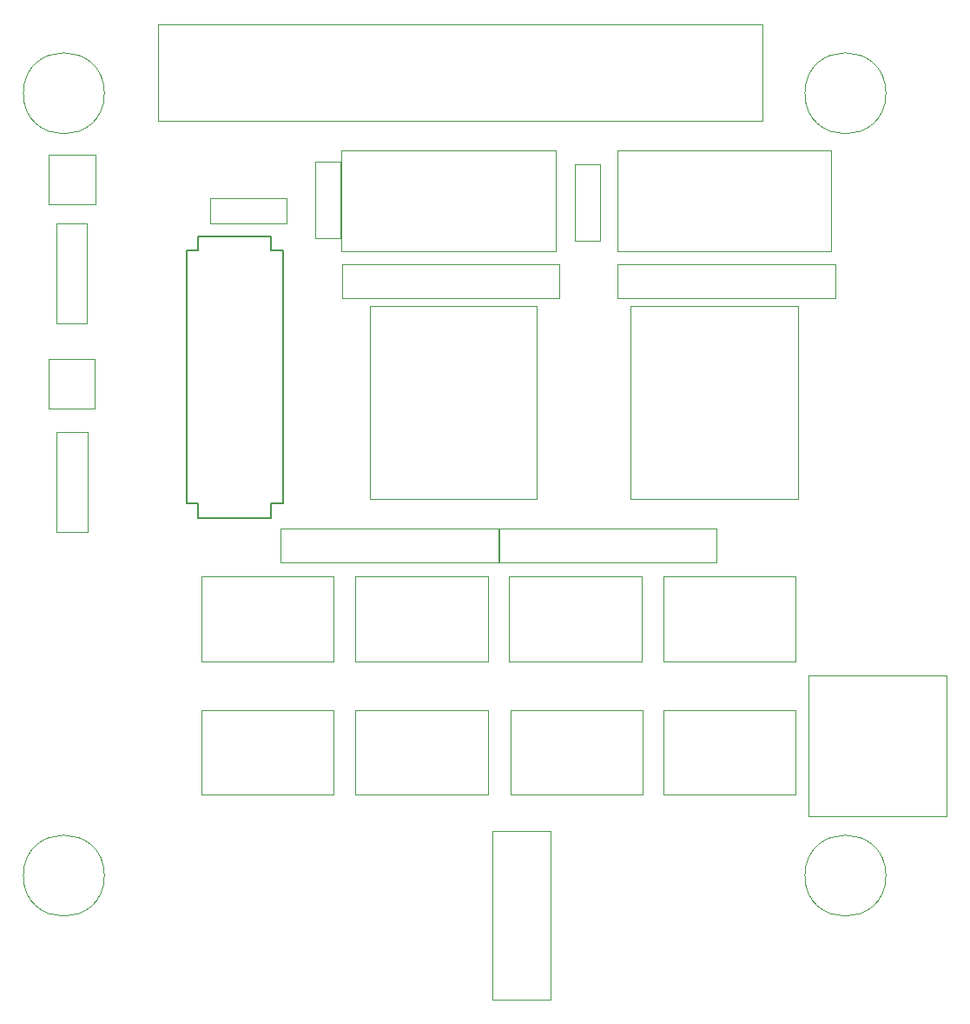
<source format=gbr>
G04 #@! TF.GenerationSoftware,KiCad,Pcbnew,(5.1.5)-3*
G04 #@! TF.CreationDate,2019-12-31T09:46:18-05:00*
G04 #@! TF.ProjectId,Multi_Expansion,4d756c74-695f-4457-9870-616e73696f6e,v2*
G04 #@! TF.SameCoordinates,Original*
G04 #@! TF.FileFunction,Other,User*
%FSLAX46Y46*%
G04 Gerber Fmt 4.6, Leading zero omitted, Abs format (unit mm)*
G04 Created by KiCad (PCBNEW (5.1.5)-3) date 2019-12-31 09:46:18*
%MOMM*%
%LPD*%
G04 APERTURE LIST*
%ADD10C,0.050000*%
%ADD11C,0.152400*%
G04 APERTURE END LIST*
D10*
X145301000Y-121487800D02*
X145301000Y-135197800D01*
X158801000Y-121487800D02*
X145301000Y-121487800D01*
X158801000Y-135197800D02*
X158801000Y-121487800D01*
X145301000Y-135197800D02*
X158801000Y-135197800D01*
X152881000Y-64769800D02*
G75*
G03X152881000Y-64769800I-3950000J0D01*
G01*
X76681000Y-64769800D02*
G75*
G03X76681000Y-64769800I-3950000J0D01*
G01*
X152881000Y-140969800D02*
G75*
G03X152881000Y-140969800I-3950000J0D01*
G01*
X76681000Y-140969800D02*
G75*
G03X76681000Y-140969800I-3950000J0D01*
G01*
X144315000Y-104247800D02*
X128005000Y-104247800D01*
X144315000Y-104247800D02*
X144315000Y-85507800D01*
X128005000Y-85507800D02*
X128005000Y-104247800D01*
X128005000Y-85507800D02*
X144315000Y-85507800D01*
X147915000Y-81427800D02*
X126715000Y-81427800D01*
X147915000Y-84727800D02*
X147915000Y-81427800D01*
X126715000Y-84727800D02*
X147915000Y-84727800D01*
X126715000Y-81427800D02*
X126715000Y-84727800D01*
X121051000Y-81427800D02*
X99851000Y-81427800D01*
X121051000Y-84727800D02*
X121051000Y-81427800D01*
X99851000Y-84727800D02*
X121051000Y-84727800D01*
X99851000Y-81427800D02*
X99851000Y-84727800D01*
X118851000Y-104247800D02*
X102541000Y-104247800D01*
X118851000Y-104247800D02*
X118851000Y-85507800D01*
X102541000Y-85507800D02*
X102541000Y-104247800D01*
X102541000Y-85507800D02*
X118851000Y-85507800D01*
X126715000Y-70327800D02*
X126715000Y-80127800D01*
X147565000Y-70327800D02*
X126715000Y-70327800D01*
X147565000Y-80127800D02*
X147565000Y-70327800D01*
X126715000Y-80127800D02*
X147565000Y-80127800D01*
X99801000Y-70327800D02*
X99801000Y-80127800D01*
X120651000Y-70327800D02*
X99801000Y-70327800D01*
X120651000Y-80127800D02*
X120651000Y-70327800D01*
X99801000Y-80127800D02*
X120651000Y-80127800D01*
X99729000Y-78893800D02*
X99729000Y-71393800D01*
X97229000Y-78893800D02*
X99729000Y-78893800D01*
X97229000Y-71393800D02*
X97229000Y-78893800D01*
X99729000Y-71393800D02*
X97229000Y-71393800D01*
X125013000Y-79147800D02*
X125013000Y-71647800D01*
X122513000Y-79147800D02*
X125013000Y-79147800D01*
X122513000Y-71647800D02*
X122513000Y-79147800D01*
X125013000Y-71647800D02*
X122513000Y-71647800D01*
X71983000Y-77421800D02*
X71983000Y-87141800D01*
X74983000Y-77421800D02*
X71983000Y-77421800D01*
X74983000Y-87141800D02*
X74983000Y-77421800D01*
X71983000Y-87141800D02*
X74983000Y-87141800D01*
X75761000Y-95487800D02*
X75761000Y-90637800D01*
X71261000Y-95487800D02*
X75761000Y-95487800D01*
X71261000Y-90637800D02*
X71261000Y-95487800D01*
X75761000Y-90637800D02*
X71261000Y-90637800D01*
X71283000Y-70731800D02*
X71283000Y-75581800D01*
X75783000Y-70731800D02*
X71283000Y-70731800D01*
X75783000Y-75581800D02*
X75783000Y-70731800D01*
X71283000Y-75581800D02*
X75783000Y-75581800D01*
X75031000Y-107487800D02*
X75031000Y-97767800D01*
X72031000Y-107487800D02*
X75031000Y-107487800D01*
X72031000Y-97767800D02*
X72031000Y-107487800D01*
X75031000Y-97767800D02*
X72031000Y-97767800D01*
D11*
X92947000Y-104719500D02*
X94102700Y-104719500D01*
X92947000Y-106103800D02*
X92947000Y-104719500D01*
X85835000Y-106103800D02*
X92947000Y-106103800D01*
X85835000Y-104719500D02*
X85835000Y-106103800D01*
X84679300Y-104719500D02*
X85835000Y-104719500D01*
X84679300Y-80056100D02*
X84679300Y-104719500D01*
X85835000Y-80056100D02*
X84679300Y-80056100D01*
X85835000Y-78671800D02*
X85835000Y-80056100D01*
X92947000Y-78671800D02*
X85835000Y-78671800D01*
X92947000Y-80056100D02*
X92947000Y-78671800D01*
X94102700Y-80056100D02*
X92947000Y-80056100D01*
X94102700Y-104719500D02*
X94102700Y-80056100D01*
D10*
X81891000Y-67427800D02*
X81891000Y-58067800D01*
X140851000Y-67427800D02*
X81891000Y-67427800D01*
X140851000Y-58067800D02*
X140851000Y-67427800D01*
X81891000Y-58067800D02*
X140851000Y-58067800D01*
X114050000Y-111850000D02*
X101150000Y-111850000D01*
X114050000Y-120100000D02*
X114050000Y-111850000D01*
X101150000Y-120100000D02*
X114050000Y-120100000D01*
X101150000Y-111850000D02*
X101150000Y-120100000D01*
X114482600Y-136618600D02*
X114482600Y-153018600D01*
X120182600Y-136618600D02*
X114482600Y-136618600D01*
X120182600Y-153018600D02*
X120182600Y-136618600D01*
X114482600Y-153018600D02*
X120182600Y-153018600D01*
X86951000Y-77467800D02*
X94451000Y-77467800D01*
X86951000Y-74967800D02*
X86951000Y-77467800D01*
X94451000Y-74967800D02*
X86951000Y-74967800D01*
X94451000Y-77467800D02*
X94451000Y-74967800D01*
X136352700Y-107163600D02*
X115152700Y-107163600D01*
X136352700Y-110463600D02*
X136352700Y-107163600D01*
X115152700Y-110463600D02*
X136352700Y-110463600D01*
X115152700Y-107163600D02*
X115152700Y-110463600D01*
X115061500Y-107163600D02*
X93861500Y-107163600D01*
X115061500Y-110463600D02*
X115061500Y-107163600D01*
X93861500Y-110463600D02*
X115061500Y-110463600D01*
X93861500Y-107163600D02*
X93861500Y-110463600D01*
X144050000Y-124850000D02*
X131150000Y-124850000D01*
X144050000Y-133100000D02*
X144050000Y-124850000D01*
X131150000Y-133100000D02*
X144050000Y-133100000D01*
X131150000Y-124850000D02*
X131150000Y-133100000D01*
X144050000Y-111850000D02*
X131150000Y-111850000D01*
X144050000Y-120100000D02*
X144050000Y-111850000D01*
X131150000Y-120100000D02*
X144050000Y-120100000D01*
X131150000Y-111850000D02*
X131150000Y-120100000D01*
X129164342Y-124850000D02*
X116264342Y-124850000D01*
X129164342Y-133100000D02*
X129164342Y-124850000D01*
X116264342Y-133100000D02*
X129164342Y-133100000D01*
X116264342Y-124850000D02*
X116264342Y-133100000D01*
X129050000Y-111850000D02*
X116150000Y-111850000D01*
X129050000Y-120100000D02*
X129050000Y-111850000D01*
X116150000Y-120100000D02*
X129050000Y-120100000D01*
X116150000Y-111850000D02*
X116150000Y-120100000D01*
X114050000Y-124850000D02*
X101150000Y-124850000D01*
X114050000Y-133100000D02*
X114050000Y-124850000D01*
X101150000Y-133100000D02*
X114050000Y-133100000D01*
X101150000Y-124850000D02*
X101150000Y-133100000D01*
X99050000Y-124850000D02*
X86150000Y-124850000D01*
X99050000Y-133100000D02*
X99050000Y-124850000D01*
X86150000Y-133100000D02*
X99050000Y-133100000D01*
X86150000Y-124850000D02*
X86150000Y-133100000D01*
X99050000Y-111850000D02*
X86150000Y-111850000D01*
X99050000Y-120100000D02*
X99050000Y-111850000D01*
X86150000Y-120100000D02*
X99050000Y-120100000D01*
X86150000Y-111850000D02*
X86150000Y-120100000D01*
M02*

</source>
